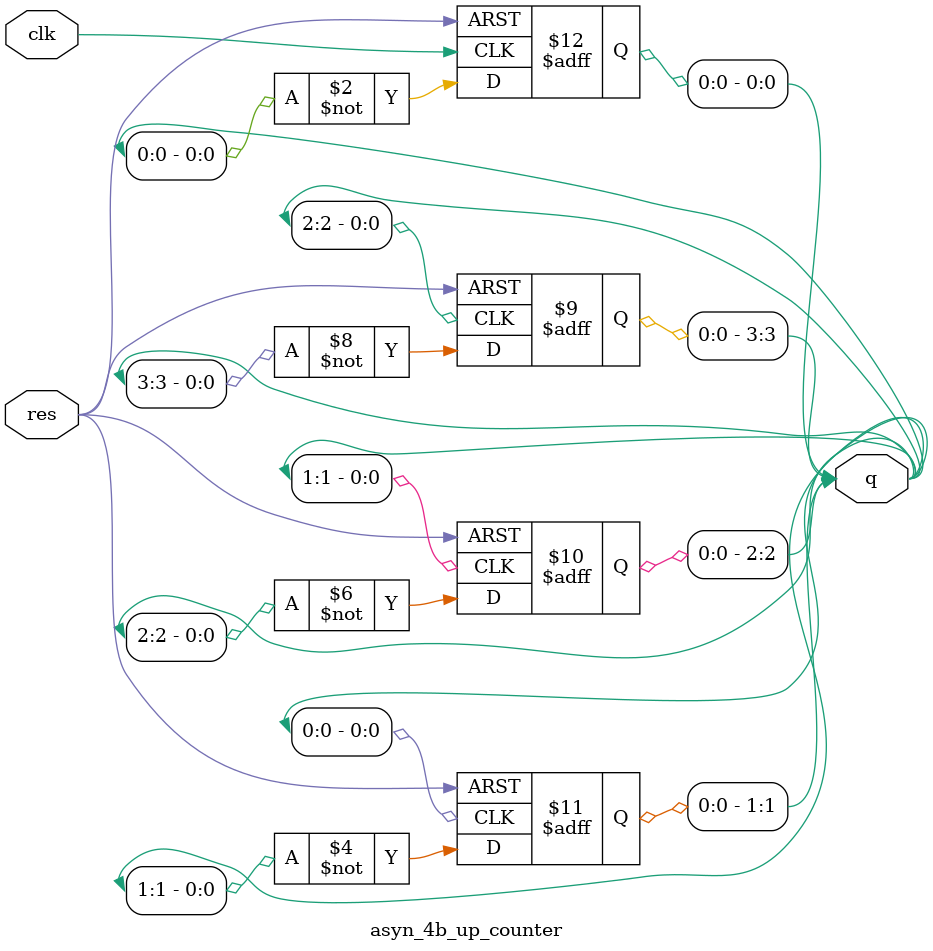
<source format=v>
module  asyn_4b_up_counter(clk,res,q);
  input clk,res;
  output reg[3:0]q;
  always @(negedge clk or posedge res )begin
    if(res)begin
      q[0]<=0;
    end
      else begin 
        q[0]<=~q[0];
      end 
  end
  always @(negedge q[0] or posedge res )begin
    if(res)begin
      q[1]<=0;
    end
      else begin 
        q[1]<=~q[1];
      end 
  end
  always @(negedge q[1] or posedge res )begin
    if(res)begin
      q[2]<=0;
    end
      else begin 
        q[2]<=~q[2];
      end 
  end
  always @(negedge q[2] or posedge res )begin
    if(res)begin
      q[3]<=0;
    end
      else begin 
        q[3]<=~q[3];
      end 
    end
endmodule 

</source>
